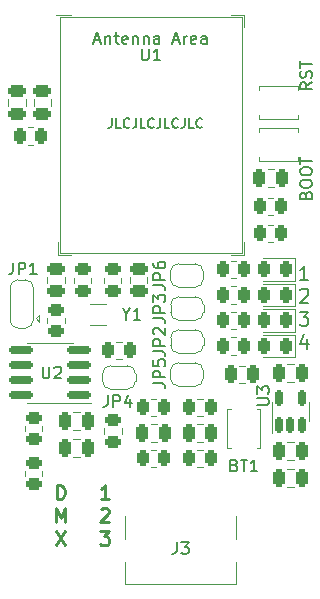
<source format=gto>
%TF.GenerationSoftware,KiCad,Pcbnew,7.0.2-6a45011f42~172~ubuntu23.04.1*%
%TF.CreationDate,2023-05-23T16:12:19+02:00*%
%TF.ProjectId,pcb,7063622e-6b69-4636-9164-5f7063625858,rev?*%
%TF.SameCoordinates,Original*%
%TF.FileFunction,Legend,Top*%
%TF.FilePolarity,Positive*%
%FSLAX46Y46*%
G04 Gerber Fmt 4.6, Leading zero omitted, Abs format (unit mm)*
G04 Created by KiCad (PCBNEW 7.0.2-6a45011f42~172~ubuntu23.04.1) date 2023-05-23 16:12:19*
%MOMM*%
%LPD*%
G01*
G04 APERTURE LIST*
G04 Aperture macros list*
%AMRoundRect*
0 Rectangle with rounded corners*
0 $1 Rounding radius*
0 $2 $3 $4 $5 $6 $7 $8 $9 X,Y pos of 4 corners*
0 Add a 4 corners polygon primitive as box body*
4,1,4,$2,$3,$4,$5,$6,$7,$8,$9,$2,$3,0*
0 Add four circle primitives for the rounded corners*
1,1,$1+$1,$2,$3*
1,1,$1+$1,$4,$5*
1,1,$1+$1,$6,$7*
1,1,$1+$1,$8,$9*
0 Add four rect primitives between the rounded corners*
20,1,$1+$1,$2,$3,$4,$5,0*
20,1,$1+$1,$4,$5,$6,$7,0*
20,1,$1+$1,$6,$7,$8,$9,0*
20,1,$1+$1,$8,$9,$2,$3,0*%
%AMFreePoly0*
4,1,19,0.500000,-0.750000,0.000000,-0.750000,0.000000,-0.744911,-0.071157,-0.744911,-0.207708,-0.704816,-0.327430,-0.627875,-0.420627,-0.520320,-0.479746,-0.390866,-0.500000,-0.250000,-0.500000,0.250000,-0.479746,0.390866,-0.420627,0.520320,-0.327430,0.627875,-0.207708,0.704816,-0.071157,0.744911,0.000000,0.744911,0.000000,0.750000,0.500000,0.750000,0.500000,-0.750000,0.500000,-0.750000,
$1*%
%AMFreePoly1*
4,1,19,0.000000,0.744911,0.071157,0.744911,0.207708,0.704816,0.327430,0.627875,0.420627,0.520320,0.479746,0.390866,0.500000,0.250000,0.500000,-0.250000,0.479746,-0.390866,0.420627,-0.520320,0.327430,-0.627875,0.207708,-0.704816,0.071157,-0.744911,0.000000,-0.744911,0.000000,-0.750000,-0.500000,-0.750000,-0.500000,0.750000,0.000000,0.750000,0.000000,0.744911,0.000000,0.744911,
$1*%
%AMFreePoly2*
4,1,19,0.550000,-0.750000,0.000000,-0.750000,0.000000,-0.744911,-0.071157,-0.744911,-0.207708,-0.704816,-0.327430,-0.627875,-0.420627,-0.520320,-0.479746,-0.390866,-0.500000,-0.250000,-0.500000,0.250000,-0.479746,0.390866,-0.420627,0.520320,-0.327430,0.627875,-0.207708,0.704816,-0.071157,0.744911,0.000000,0.744911,0.000000,0.750000,0.550000,0.750000,0.550000,-0.750000,0.550000,-0.750000,
$1*%
%AMFreePoly3*
4,1,19,0.000000,0.744911,0.071157,0.744911,0.207708,0.704816,0.327430,0.627875,0.420627,0.520320,0.479746,0.390866,0.500000,0.250000,0.500000,-0.250000,0.479746,-0.390866,0.420627,-0.520320,0.327430,-0.627875,0.207708,-0.704816,0.071157,-0.744911,0.000000,-0.744911,0.000000,-0.750000,-0.550000,-0.750000,-0.550000,0.750000,0.000000,0.750000,0.000000,0.744911,0.000000,0.744911,
$1*%
%AMFreePoly4*
4,1,6,0.600000,-0.600000,-0.600000,-0.600000,-0.600000,0.000000,0.000000,0.600000,0.600000,0.600000,0.600000,-0.600000,0.600000,-0.600000,$1*%
G04 Aperture macros list end*
%ADD10C,0.150000*%
%ADD11C,0.220000*%
%ADD12C,0.240000*%
%ADD13C,0.200000*%
%ADD14C,0.120000*%
%ADD15R,1.000000X1.000000*%
%ADD16O,1.000000X1.000000*%
%ADD17RoundRect,0.243750X0.243750X0.456250X-0.243750X0.456250X-0.243750X-0.456250X0.243750X-0.456250X0*%
%ADD18RoundRect,0.250000X0.250000X0.475000X-0.250000X0.475000X-0.250000X-0.475000X0.250000X-0.475000X0*%
%ADD19C,2.600000*%
%ADD20C,3.800000*%
%ADD21R,0.900000X1.700000*%
%ADD22FreePoly0,0.000000*%
%ADD23FreePoly1,0.000000*%
%ADD24R,1.700000X1.700000*%
%ADD25O,1.700000X1.700000*%
%ADD26RoundRect,0.250000X0.475000X-0.250000X0.475000X0.250000X-0.475000X0.250000X-0.475000X-0.250000X0*%
%ADD27RoundRect,0.250000X0.450000X-0.262500X0.450000X0.262500X-0.450000X0.262500X-0.450000X-0.262500X0*%
%ADD28RoundRect,0.250000X-0.262500X-0.450000X0.262500X-0.450000X0.262500X0.450000X-0.262500X0.450000X0*%
%ADD29RoundRect,0.250000X-0.250000X-0.475000X0.250000X-0.475000X0.250000X0.475000X-0.250000X0.475000X0*%
%ADD30R,1.700000X0.900000*%
%ADD31FreePoly0,180.000000*%
%ADD32FreePoly1,180.000000*%
%ADD33RoundRect,0.250000X0.262500X0.450000X-0.262500X0.450000X-0.262500X-0.450000X0.262500X-0.450000X0*%
%ADD34R,1.000000X1.800000*%
%ADD35RoundRect,0.250000X-0.450000X0.262500X-0.450000X-0.262500X0.450000X-0.262500X0.450000X0.262500X0*%
%ADD36C,0.650000*%
%ADD37O,1.000000X1.600000*%
%ADD38O,1.000000X2.100000*%
%ADD39R,0.600000X1.450000*%
%ADD40R,0.300000X1.450000*%
%ADD41RoundRect,0.250000X-0.475000X0.250000X-0.475000X-0.250000X0.475000X-0.250000X0.475000X0.250000X0*%
%ADD42RoundRect,0.150000X0.825000X0.150000X-0.825000X0.150000X-0.825000X-0.150000X0.825000X-0.150000X0*%
%ADD43FreePoly2,90.000000*%
%ADD44R,1.500000X1.000000*%
%ADD45FreePoly3,90.000000*%
%ADD46R,0.800000X0.400000*%
%ADD47R,0.400000X0.800000*%
%ADD48FreePoly4,0.000000*%
%ADD49R,1.200000X1.200000*%
%ADD50R,0.800000X0.800000*%
%ADD51RoundRect,0.150000X0.150000X-0.512500X0.150000X0.512500X-0.150000X0.512500X-0.150000X-0.512500X0*%
G04 APERTURE END LIST*
D10*
X70370647Y-51349895D02*
X70370647Y-51921323D01*
X70370647Y-51921323D02*
X70332552Y-52035609D01*
X70332552Y-52035609D02*
X70256361Y-52111800D01*
X70256361Y-52111800D02*
X70142076Y-52149895D01*
X70142076Y-52149895D02*
X70065885Y-52149895D01*
X71132552Y-52149895D02*
X70751600Y-52149895D01*
X70751600Y-52149895D02*
X70751600Y-51349895D01*
X71856362Y-52073704D02*
X71818266Y-52111800D01*
X71818266Y-52111800D02*
X71703981Y-52149895D01*
X71703981Y-52149895D02*
X71627790Y-52149895D01*
X71627790Y-52149895D02*
X71513504Y-52111800D01*
X71513504Y-52111800D02*
X71437314Y-52035609D01*
X71437314Y-52035609D02*
X71399219Y-51959419D01*
X71399219Y-51959419D02*
X71361123Y-51807038D01*
X71361123Y-51807038D02*
X71361123Y-51692752D01*
X71361123Y-51692752D02*
X71399219Y-51540371D01*
X71399219Y-51540371D02*
X71437314Y-51464180D01*
X71437314Y-51464180D02*
X71513504Y-51387990D01*
X71513504Y-51387990D02*
X71627790Y-51349895D01*
X71627790Y-51349895D02*
X71703981Y-51349895D01*
X71703981Y-51349895D02*
X71818266Y-51387990D01*
X71818266Y-51387990D02*
X71856362Y-51426085D01*
X72427790Y-51349895D02*
X72427790Y-51921323D01*
X72427790Y-51921323D02*
X72389695Y-52035609D01*
X72389695Y-52035609D02*
X72313504Y-52111800D01*
X72313504Y-52111800D02*
X72199219Y-52149895D01*
X72199219Y-52149895D02*
X72123028Y-52149895D01*
X73189695Y-52149895D02*
X72808743Y-52149895D01*
X72808743Y-52149895D02*
X72808743Y-51349895D01*
X73913505Y-52073704D02*
X73875409Y-52111800D01*
X73875409Y-52111800D02*
X73761124Y-52149895D01*
X73761124Y-52149895D02*
X73684933Y-52149895D01*
X73684933Y-52149895D02*
X73570647Y-52111800D01*
X73570647Y-52111800D02*
X73494457Y-52035609D01*
X73494457Y-52035609D02*
X73456362Y-51959419D01*
X73456362Y-51959419D02*
X73418266Y-51807038D01*
X73418266Y-51807038D02*
X73418266Y-51692752D01*
X73418266Y-51692752D02*
X73456362Y-51540371D01*
X73456362Y-51540371D02*
X73494457Y-51464180D01*
X73494457Y-51464180D02*
X73570647Y-51387990D01*
X73570647Y-51387990D02*
X73684933Y-51349895D01*
X73684933Y-51349895D02*
X73761124Y-51349895D01*
X73761124Y-51349895D02*
X73875409Y-51387990D01*
X73875409Y-51387990D02*
X73913505Y-51426085D01*
X74484933Y-51349895D02*
X74484933Y-51921323D01*
X74484933Y-51921323D02*
X74446838Y-52035609D01*
X74446838Y-52035609D02*
X74370647Y-52111800D01*
X74370647Y-52111800D02*
X74256362Y-52149895D01*
X74256362Y-52149895D02*
X74180171Y-52149895D01*
X75246838Y-52149895D02*
X74865886Y-52149895D01*
X74865886Y-52149895D02*
X74865886Y-51349895D01*
X75970648Y-52073704D02*
X75932552Y-52111800D01*
X75932552Y-52111800D02*
X75818267Y-52149895D01*
X75818267Y-52149895D02*
X75742076Y-52149895D01*
X75742076Y-52149895D02*
X75627790Y-52111800D01*
X75627790Y-52111800D02*
X75551600Y-52035609D01*
X75551600Y-52035609D02*
X75513505Y-51959419D01*
X75513505Y-51959419D02*
X75475409Y-51807038D01*
X75475409Y-51807038D02*
X75475409Y-51692752D01*
X75475409Y-51692752D02*
X75513505Y-51540371D01*
X75513505Y-51540371D02*
X75551600Y-51464180D01*
X75551600Y-51464180D02*
X75627790Y-51387990D01*
X75627790Y-51387990D02*
X75742076Y-51349895D01*
X75742076Y-51349895D02*
X75818267Y-51349895D01*
X75818267Y-51349895D02*
X75932552Y-51387990D01*
X75932552Y-51387990D02*
X75970648Y-51426085D01*
X76542076Y-51349895D02*
X76542076Y-51921323D01*
X76542076Y-51921323D02*
X76503981Y-52035609D01*
X76503981Y-52035609D02*
X76427790Y-52111800D01*
X76427790Y-52111800D02*
X76313505Y-52149895D01*
X76313505Y-52149895D02*
X76237314Y-52149895D01*
X77303981Y-52149895D02*
X76923029Y-52149895D01*
X76923029Y-52149895D02*
X76923029Y-51349895D01*
X78027791Y-52073704D02*
X77989695Y-52111800D01*
X77989695Y-52111800D02*
X77875410Y-52149895D01*
X77875410Y-52149895D02*
X77799219Y-52149895D01*
X77799219Y-52149895D02*
X77684933Y-52111800D01*
X77684933Y-52111800D02*
X77608743Y-52035609D01*
X77608743Y-52035609D02*
X77570648Y-51959419D01*
X77570648Y-51959419D02*
X77532552Y-51807038D01*
X77532552Y-51807038D02*
X77532552Y-51692752D01*
X77532552Y-51692752D02*
X77570648Y-51540371D01*
X77570648Y-51540371D02*
X77608743Y-51464180D01*
X77608743Y-51464180D02*
X77684933Y-51387990D01*
X77684933Y-51387990D02*
X77799219Y-51349895D01*
X77799219Y-51349895D02*
X77875410Y-51349895D01*
X77875410Y-51349895D02*
X77989695Y-51387990D01*
X77989695Y-51387990D02*
X78027791Y-51426085D01*
D11*
X65751904Y-83595142D02*
X65751904Y-82395142D01*
X65751904Y-82395142D02*
X66013809Y-82395142D01*
X66013809Y-82395142D02*
X66170952Y-82452285D01*
X66170952Y-82452285D02*
X66275714Y-82566571D01*
X66275714Y-82566571D02*
X66328095Y-82680857D01*
X66328095Y-82680857D02*
X66380476Y-82909428D01*
X66380476Y-82909428D02*
X66380476Y-83080857D01*
X66380476Y-83080857D02*
X66328095Y-83309428D01*
X66328095Y-83309428D02*
X66275714Y-83423714D01*
X66275714Y-83423714D02*
X66170952Y-83538000D01*
X66170952Y-83538000D02*
X66013809Y-83595142D01*
X66013809Y-83595142D02*
X65751904Y-83595142D01*
X65673333Y-85539142D02*
X65673333Y-84339142D01*
X65673333Y-84339142D02*
X66040000Y-85196285D01*
X66040000Y-85196285D02*
X66406667Y-84339142D01*
X66406667Y-84339142D02*
X66406667Y-85539142D01*
X65673333Y-86283142D02*
X66406667Y-87483142D01*
X66406667Y-86283142D02*
X65673333Y-87483142D01*
D12*
X70129285Y-83595142D02*
X69443571Y-83595142D01*
X69786428Y-83595142D02*
X69786428Y-82395142D01*
X69786428Y-82395142D02*
X69672142Y-82566571D01*
X69672142Y-82566571D02*
X69557857Y-82680857D01*
X69557857Y-82680857D02*
X69443571Y-82738000D01*
X69443571Y-84453428D02*
X69500714Y-84396285D01*
X69500714Y-84396285D02*
X69615000Y-84339142D01*
X69615000Y-84339142D02*
X69900714Y-84339142D01*
X69900714Y-84339142D02*
X70015000Y-84396285D01*
X70015000Y-84396285D02*
X70072142Y-84453428D01*
X70072142Y-84453428D02*
X70129285Y-84567714D01*
X70129285Y-84567714D02*
X70129285Y-84682000D01*
X70129285Y-84682000D02*
X70072142Y-84853428D01*
X70072142Y-84853428D02*
X69386428Y-85539142D01*
X69386428Y-85539142D02*
X70129285Y-85539142D01*
X69386428Y-86283142D02*
X70129285Y-86283142D01*
X70129285Y-86283142D02*
X69729285Y-86740285D01*
X69729285Y-86740285D02*
X69900714Y-86740285D01*
X69900714Y-86740285D02*
X70015000Y-86797428D01*
X70015000Y-86797428D02*
X70072142Y-86854571D01*
X70072142Y-86854571D02*
X70129285Y-86968857D01*
X70129285Y-86968857D02*
X70129285Y-87254571D01*
X70129285Y-87254571D02*
X70072142Y-87368857D01*
X70072142Y-87368857D02*
X70015000Y-87426000D01*
X70015000Y-87426000D02*
X69900714Y-87483142D01*
X69900714Y-87483142D02*
X69557857Y-87483142D01*
X69557857Y-87483142D02*
X69443571Y-87426000D01*
X69443571Y-87426000D02*
X69386428Y-87368857D01*
D13*
X87020285Y-65014142D02*
X86334571Y-65014142D01*
X86677428Y-65014142D02*
X86677428Y-63814142D01*
X86677428Y-63814142D02*
X86563142Y-63985571D01*
X86563142Y-63985571D02*
X86448857Y-64099857D01*
X86448857Y-64099857D02*
X86334571Y-64157000D01*
X86334571Y-65872428D02*
X86391714Y-65815285D01*
X86391714Y-65815285D02*
X86506000Y-65758142D01*
X86506000Y-65758142D02*
X86791714Y-65758142D01*
X86791714Y-65758142D02*
X86906000Y-65815285D01*
X86906000Y-65815285D02*
X86963142Y-65872428D01*
X86963142Y-65872428D02*
X87020285Y-65986714D01*
X87020285Y-65986714D02*
X87020285Y-66101000D01*
X87020285Y-66101000D02*
X86963142Y-66272428D01*
X86963142Y-66272428D02*
X86277428Y-66958142D01*
X86277428Y-66958142D02*
X87020285Y-66958142D01*
X86277428Y-67702142D02*
X87020285Y-67702142D01*
X87020285Y-67702142D02*
X86620285Y-68159285D01*
X86620285Y-68159285D02*
X86791714Y-68159285D01*
X86791714Y-68159285D02*
X86906000Y-68216428D01*
X86906000Y-68216428D02*
X86963142Y-68273571D01*
X86963142Y-68273571D02*
X87020285Y-68387857D01*
X87020285Y-68387857D02*
X87020285Y-68673571D01*
X87020285Y-68673571D02*
X86963142Y-68787857D01*
X86963142Y-68787857D02*
X86906000Y-68845000D01*
X86906000Y-68845000D02*
X86791714Y-68902142D01*
X86791714Y-68902142D02*
X86448857Y-68902142D01*
X86448857Y-68902142D02*
X86334571Y-68845000D01*
X86334571Y-68845000D02*
X86277428Y-68787857D01*
X86906000Y-70046142D02*
X86906000Y-70846142D01*
X86620285Y-69589000D02*
X86334571Y-70446142D01*
X86334571Y-70446142D02*
X87077428Y-70446142D01*
D10*
%TO.C,BOOT*%
X86781409Y-57821342D02*
X86829028Y-57678485D01*
X86829028Y-57678485D02*
X86876647Y-57630866D01*
X86876647Y-57630866D02*
X86971885Y-57583247D01*
X86971885Y-57583247D02*
X87114742Y-57583247D01*
X87114742Y-57583247D02*
X87209980Y-57630866D01*
X87209980Y-57630866D02*
X87257600Y-57678485D01*
X87257600Y-57678485D02*
X87305219Y-57773723D01*
X87305219Y-57773723D02*
X87305219Y-58154675D01*
X87305219Y-58154675D02*
X86305219Y-58154675D01*
X86305219Y-58154675D02*
X86305219Y-57821342D01*
X86305219Y-57821342D02*
X86352838Y-57726104D01*
X86352838Y-57726104D02*
X86400457Y-57678485D01*
X86400457Y-57678485D02*
X86495695Y-57630866D01*
X86495695Y-57630866D02*
X86590933Y-57630866D01*
X86590933Y-57630866D02*
X86686171Y-57678485D01*
X86686171Y-57678485D02*
X86733790Y-57726104D01*
X86733790Y-57726104D02*
X86781409Y-57821342D01*
X86781409Y-57821342D02*
X86781409Y-58154675D01*
X86305219Y-56964199D02*
X86305219Y-56773723D01*
X86305219Y-56773723D02*
X86352838Y-56678485D01*
X86352838Y-56678485D02*
X86448076Y-56583247D01*
X86448076Y-56583247D02*
X86638552Y-56535628D01*
X86638552Y-56535628D02*
X86971885Y-56535628D01*
X86971885Y-56535628D02*
X87162361Y-56583247D01*
X87162361Y-56583247D02*
X87257600Y-56678485D01*
X87257600Y-56678485D02*
X87305219Y-56773723D01*
X87305219Y-56773723D02*
X87305219Y-56964199D01*
X87305219Y-56964199D02*
X87257600Y-57059437D01*
X87257600Y-57059437D02*
X87162361Y-57154675D01*
X87162361Y-57154675D02*
X86971885Y-57202294D01*
X86971885Y-57202294D02*
X86638552Y-57202294D01*
X86638552Y-57202294D02*
X86448076Y-57154675D01*
X86448076Y-57154675D02*
X86352838Y-57059437D01*
X86352838Y-57059437D02*
X86305219Y-56964199D01*
X86305219Y-55916580D02*
X86305219Y-55726104D01*
X86305219Y-55726104D02*
X86352838Y-55630866D01*
X86352838Y-55630866D02*
X86448076Y-55535628D01*
X86448076Y-55535628D02*
X86638552Y-55488009D01*
X86638552Y-55488009D02*
X86971885Y-55488009D01*
X86971885Y-55488009D02*
X87162361Y-55535628D01*
X87162361Y-55535628D02*
X87257600Y-55630866D01*
X87257600Y-55630866D02*
X87305219Y-55726104D01*
X87305219Y-55726104D02*
X87305219Y-55916580D01*
X87305219Y-55916580D02*
X87257600Y-56011818D01*
X87257600Y-56011818D02*
X87162361Y-56107056D01*
X87162361Y-56107056D02*
X86971885Y-56154675D01*
X86971885Y-56154675D02*
X86638552Y-56154675D01*
X86638552Y-56154675D02*
X86448076Y-56107056D01*
X86448076Y-56107056D02*
X86352838Y-56011818D01*
X86352838Y-56011818D02*
X86305219Y-55916580D01*
X86305219Y-55202294D02*
X86305219Y-54630866D01*
X87305219Y-54916580D02*
X86305219Y-54916580D01*
%TO.C,JP3*%
X73888619Y-68270333D02*
X74602904Y-68270333D01*
X74602904Y-68270333D02*
X74745761Y-68317952D01*
X74745761Y-68317952D02*
X74841000Y-68413190D01*
X74841000Y-68413190D02*
X74888619Y-68556047D01*
X74888619Y-68556047D02*
X74888619Y-68651285D01*
X74888619Y-67794142D02*
X73888619Y-67794142D01*
X73888619Y-67794142D02*
X73888619Y-67413190D01*
X73888619Y-67413190D02*
X73936238Y-67317952D01*
X73936238Y-67317952D02*
X73983857Y-67270333D01*
X73983857Y-67270333D02*
X74079095Y-67222714D01*
X74079095Y-67222714D02*
X74221952Y-67222714D01*
X74221952Y-67222714D02*
X74317190Y-67270333D01*
X74317190Y-67270333D02*
X74364809Y-67317952D01*
X74364809Y-67317952D02*
X74412428Y-67413190D01*
X74412428Y-67413190D02*
X74412428Y-67794142D01*
X73888619Y-66889380D02*
X73888619Y-66270333D01*
X73888619Y-66270333D02*
X74269571Y-66603666D01*
X74269571Y-66603666D02*
X74269571Y-66460809D01*
X74269571Y-66460809D02*
X74317190Y-66365571D01*
X74317190Y-66365571D02*
X74364809Y-66317952D01*
X74364809Y-66317952D02*
X74460047Y-66270333D01*
X74460047Y-66270333D02*
X74698142Y-66270333D01*
X74698142Y-66270333D02*
X74793380Y-66317952D01*
X74793380Y-66317952D02*
X74841000Y-66365571D01*
X74841000Y-66365571D02*
X74888619Y-66460809D01*
X74888619Y-66460809D02*
X74888619Y-66746523D01*
X74888619Y-66746523D02*
X74841000Y-66841761D01*
X74841000Y-66841761D02*
X74793380Y-66889380D01*
%TO.C,JP4*%
X70032666Y-74773619D02*
X70032666Y-75487904D01*
X70032666Y-75487904D02*
X69985047Y-75630761D01*
X69985047Y-75630761D02*
X69889809Y-75726000D01*
X69889809Y-75726000D02*
X69746952Y-75773619D01*
X69746952Y-75773619D02*
X69651714Y-75773619D01*
X70508857Y-75773619D02*
X70508857Y-74773619D01*
X70508857Y-74773619D02*
X70889809Y-74773619D01*
X70889809Y-74773619D02*
X70985047Y-74821238D01*
X70985047Y-74821238D02*
X71032666Y-74868857D01*
X71032666Y-74868857D02*
X71080285Y-74964095D01*
X71080285Y-74964095D02*
X71080285Y-75106952D01*
X71080285Y-75106952D02*
X71032666Y-75202190D01*
X71032666Y-75202190D02*
X70985047Y-75249809D01*
X70985047Y-75249809D02*
X70889809Y-75297428D01*
X70889809Y-75297428D02*
X70508857Y-75297428D01*
X71937428Y-75106952D02*
X71937428Y-75773619D01*
X71699333Y-74726000D02*
X71461238Y-75440285D01*
X71461238Y-75440285D02*
X72080285Y-75440285D01*
%TO.C,RST*%
X87305219Y-48299619D02*
X86829028Y-48632952D01*
X87305219Y-48871047D02*
X86305219Y-48871047D01*
X86305219Y-48871047D02*
X86305219Y-48490095D01*
X86305219Y-48490095D02*
X86352838Y-48394857D01*
X86352838Y-48394857D02*
X86400457Y-48347238D01*
X86400457Y-48347238D02*
X86495695Y-48299619D01*
X86495695Y-48299619D02*
X86638552Y-48299619D01*
X86638552Y-48299619D02*
X86733790Y-48347238D01*
X86733790Y-48347238D02*
X86781409Y-48394857D01*
X86781409Y-48394857D02*
X86829028Y-48490095D01*
X86829028Y-48490095D02*
X86829028Y-48871047D01*
X87257600Y-47918666D02*
X87305219Y-47775809D01*
X87305219Y-47775809D02*
X87305219Y-47537714D01*
X87305219Y-47537714D02*
X87257600Y-47442476D01*
X87257600Y-47442476D02*
X87209980Y-47394857D01*
X87209980Y-47394857D02*
X87114742Y-47347238D01*
X87114742Y-47347238D02*
X87019504Y-47347238D01*
X87019504Y-47347238D02*
X86924266Y-47394857D01*
X86924266Y-47394857D02*
X86876647Y-47442476D01*
X86876647Y-47442476D02*
X86829028Y-47537714D01*
X86829028Y-47537714D02*
X86781409Y-47728190D01*
X86781409Y-47728190D02*
X86733790Y-47823428D01*
X86733790Y-47823428D02*
X86686171Y-47871047D01*
X86686171Y-47871047D02*
X86590933Y-47918666D01*
X86590933Y-47918666D02*
X86495695Y-47918666D01*
X86495695Y-47918666D02*
X86400457Y-47871047D01*
X86400457Y-47871047D02*
X86352838Y-47823428D01*
X86352838Y-47823428D02*
X86305219Y-47728190D01*
X86305219Y-47728190D02*
X86305219Y-47490095D01*
X86305219Y-47490095D02*
X86352838Y-47347238D01*
X86305219Y-47061523D02*
X86305219Y-46490095D01*
X87305219Y-46775809D02*
X86305219Y-46775809D01*
%TO.C,JP5*%
X73888619Y-73752333D02*
X74602904Y-73752333D01*
X74602904Y-73752333D02*
X74745761Y-73799952D01*
X74745761Y-73799952D02*
X74841000Y-73895190D01*
X74841000Y-73895190D02*
X74888619Y-74038047D01*
X74888619Y-74038047D02*
X74888619Y-74133285D01*
X74888619Y-73276142D02*
X73888619Y-73276142D01*
X73888619Y-73276142D02*
X73888619Y-72895190D01*
X73888619Y-72895190D02*
X73936238Y-72799952D01*
X73936238Y-72799952D02*
X73983857Y-72752333D01*
X73983857Y-72752333D02*
X74079095Y-72704714D01*
X74079095Y-72704714D02*
X74221952Y-72704714D01*
X74221952Y-72704714D02*
X74317190Y-72752333D01*
X74317190Y-72752333D02*
X74364809Y-72799952D01*
X74364809Y-72799952D02*
X74412428Y-72895190D01*
X74412428Y-72895190D02*
X74412428Y-73276142D01*
X73888619Y-71799952D02*
X73888619Y-72276142D01*
X73888619Y-72276142D02*
X74364809Y-72323761D01*
X74364809Y-72323761D02*
X74317190Y-72276142D01*
X74317190Y-72276142D02*
X74269571Y-72180904D01*
X74269571Y-72180904D02*
X74269571Y-71942809D01*
X74269571Y-71942809D02*
X74317190Y-71847571D01*
X74317190Y-71847571D02*
X74364809Y-71799952D01*
X74364809Y-71799952D02*
X74460047Y-71752333D01*
X74460047Y-71752333D02*
X74698142Y-71752333D01*
X74698142Y-71752333D02*
X74793380Y-71799952D01*
X74793380Y-71799952D02*
X74841000Y-71847571D01*
X74841000Y-71847571D02*
X74888619Y-71942809D01*
X74888619Y-71942809D02*
X74888619Y-72180904D01*
X74888619Y-72180904D02*
X74841000Y-72276142D01*
X74841000Y-72276142D02*
X74793380Y-72323761D01*
D13*
%TO.C,BT1*%
X80748285Y-80710809D02*
X80891142Y-80758428D01*
X80891142Y-80758428D02*
X80938761Y-80806047D01*
X80938761Y-80806047D02*
X80986380Y-80901285D01*
X80986380Y-80901285D02*
X80986380Y-81044142D01*
X80986380Y-81044142D02*
X80938761Y-81139380D01*
X80938761Y-81139380D02*
X80891142Y-81187000D01*
X80891142Y-81187000D02*
X80795904Y-81234619D01*
X80795904Y-81234619D02*
X80414952Y-81234619D01*
X80414952Y-81234619D02*
X80414952Y-80234619D01*
X80414952Y-80234619D02*
X80748285Y-80234619D01*
X80748285Y-80234619D02*
X80843523Y-80282238D01*
X80843523Y-80282238D02*
X80891142Y-80329857D01*
X80891142Y-80329857D02*
X80938761Y-80425095D01*
X80938761Y-80425095D02*
X80938761Y-80520333D01*
X80938761Y-80520333D02*
X80891142Y-80615571D01*
X80891142Y-80615571D02*
X80843523Y-80663190D01*
X80843523Y-80663190D02*
X80748285Y-80710809D01*
X80748285Y-80710809D02*
X80414952Y-80710809D01*
X81272095Y-80234619D02*
X81843523Y-80234619D01*
X81557809Y-81234619D02*
X81557809Y-80234619D01*
X82700666Y-81234619D02*
X82129238Y-81234619D01*
X82414952Y-81234619D02*
X82414952Y-80234619D01*
X82414952Y-80234619D02*
X82319714Y-80377476D01*
X82319714Y-80377476D02*
X82224476Y-80472714D01*
X82224476Y-80472714D02*
X82129238Y-80520333D01*
D10*
%TO.C,JP6*%
X73888619Y-65476333D02*
X74602904Y-65476333D01*
X74602904Y-65476333D02*
X74745761Y-65523952D01*
X74745761Y-65523952D02*
X74841000Y-65619190D01*
X74841000Y-65619190D02*
X74888619Y-65762047D01*
X74888619Y-65762047D02*
X74888619Y-65857285D01*
X74888619Y-65000142D02*
X73888619Y-65000142D01*
X73888619Y-65000142D02*
X73888619Y-64619190D01*
X73888619Y-64619190D02*
X73936238Y-64523952D01*
X73936238Y-64523952D02*
X73983857Y-64476333D01*
X73983857Y-64476333D02*
X74079095Y-64428714D01*
X74079095Y-64428714D02*
X74221952Y-64428714D01*
X74221952Y-64428714D02*
X74317190Y-64476333D01*
X74317190Y-64476333D02*
X74364809Y-64523952D01*
X74364809Y-64523952D02*
X74412428Y-64619190D01*
X74412428Y-64619190D02*
X74412428Y-65000142D01*
X73888619Y-63571571D02*
X73888619Y-63762047D01*
X73888619Y-63762047D02*
X73936238Y-63857285D01*
X73936238Y-63857285D02*
X73983857Y-63904904D01*
X73983857Y-63904904D02*
X74126714Y-64000142D01*
X74126714Y-64000142D02*
X74317190Y-64047761D01*
X74317190Y-64047761D02*
X74698142Y-64047761D01*
X74698142Y-64047761D02*
X74793380Y-64000142D01*
X74793380Y-64000142D02*
X74841000Y-63952523D01*
X74841000Y-63952523D02*
X74888619Y-63857285D01*
X74888619Y-63857285D02*
X74888619Y-63666809D01*
X74888619Y-63666809D02*
X74841000Y-63571571D01*
X74841000Y-63571571D02*
X74793380Y-63523952D01*
X74793380Y-63523952D02*
X74698142Y-63476333D01*
X74698142Y-63476333D02*
X74460047Y-63476333D01*
X74460047Y-63476333D02*
X74364809Y-63523952D01*
X74364809Y-63523952D02*
X74317190Y-63571571D01*
X74317190Y-63571571D02*
X74269571Y-63666809D01*
X74269571Y-63666809D02*
X74269571Y-63857285D01*
X74269571Y-63857285D02*
X74317190Y-63952523D01*
X74317190Y-63952523D02*
X74364809Y-64000142D01*
X74364809Y-64000142D02*
X74460047Y-64047761D01*
%TO.C,Y1*%
X71609009Y-67931428D02*
X71609009Y-68407619D01*
X71275676Y-67407619D02*
X71609009Y-67931428D01*
X71609009Y-67931428D02*
X71942342Y-67407619D01*
X72799485Y-68407619D02*
X72228057Y-68407619D01*
X72513771Y-68407619D02*
X72513771Y-67407619D01*
X72513771Y-67407619D02*
X72418533Y-67550476D01*
X72418533Y-67550476D02*
X72323295Y-67645714D01*
X72323295Y-67645714D02*
X72228057Y-67693333D01*
%TO.C,J3*%
X75866666Y-87219619D02*
X75866666Y-87933904D01*
X75866666Y-87933904D02*
X75819047Y-88076761D01*
X75819047Y-88076761D02*
X75723809Y-88172000D01*
X75723809Y-88172000D02*
X75580952Y-88219619D01*
X75580952Y-88219619D02*
X75485714Y-88219619D01*
X76247619Y-87219619D02*
X76866666Y-87219619D01*
X76866666Y-87219619D02*
X76533333Y-87600571D01*
X76533333Y-87600571D02*
X76676190Y-87600571D01*
X76676190Y-87600571D02*
X76771428Y-87648190D01*
X76771428Y-87648190D02*
X76819047Y-87695809D01*
X76819047Y-87695809D02*
X76866666Y-87791047D01*
X76866666Y-87791047D02*
X76866666Y-88029142D01*
X76866666Y-88029142D02*
X76819047Y-88124380D01*
X76819047Y-88124380D02*
X76771428Y-88172000D01*
X76771428Y-88172000D02*
X76676190Y-88219619D01*
X76676190Y-88219619D02*
X76390476Y-88219619D01*
X76390476Y-88219619D02*
X76295238Y-88172000D01*
X76295238Y-88172000D02*
X76247619Y-88124380D01*
%TO.C,U2*%
X64516095Y-72360619D02*
X64516095Y-73170142D01*
X64516095Y-73170142D02*
X64563714Y-73265380D01*
X64563714Y-73265380D02*
X64611333Y-73313000D01*
X64611333Y-73313000D02*
X64706571Y-73360619D01*
X64706571Y-73360619D02*
X64897047Y-73360619D01*
X64897047Y-73360619D02*
X64992285Y-73313000D01*
X64992285Y-73313000D02*
X65039904Y-73265380D01*
X65039904Y-73265380D02*
X65087523Y-73170142D01*
X65087523Y-73170142D02*
X65087523Y-72360619D01*
X65516095Y-72455857D02*
X65563714Y-72408238D01*
X65563714Y-72408238D02*
X65658952Y-72360619D01*
X65658952Y-72360619D02*
X65897047Y-72360619D01*
X65897047Y-72360619D02*
X65992285Y-72408238D01*
X65992285Y-72408238D02*
X66039904Y-72455857D01*
X66039904Y-72455857D02*
X66087523Y-72551095D01*
X66087523Y-72551095D02*
X66087523Y-72646333D01*
X66087523Y-72646333D02*
X66039904Y-72789190D01*
X66039904Y-72789190D02*
X65468476Y-73360619D01*
X65468476Y-73360619D02*
X66087523Y-73360619D01*
%TO.C,JP1*%
X62006266Y-63546819D02*
X62006266Y-64261104D01*
X62006266Y-64261104D02*
X61958647Y-64403961D01*
X61958647Y-64403961D02*
X61863409Y-64499200D01*
X61863409Y-64499200D02*
X61720552Y-64546819D01*
X61720552Y-64546819D02*
X61625314Y-64546819D01*
X62482457Y-64546819D02*
X62482457Y-63546819D01*
X62482457Y-63546819D02*
X62863409Y-63546819D01*
X62863409Y-63546819D02*
X62958647Y-63594438D01*
X62958647Y-63594438D02*
X63006266Y-63642057D01*
X63006266Y-63642057D02*
X63053885Y-63737295D01*
X63053885Y-63737295D02*
X63053885Y-63880152D01*
X63053885Y-63880152D02*
X63006266Y-63975390D01*
X63006266Y-63975390D02*
X62958647Y-64023009D01*
X62958647Y-64023009D02*
X62863409Y-64070628D01*
X62863409Y-64070628D02*
X62482457Y-64070628D01*
X64006266Y-64546819D02*
X63434838Y-64546819D01*
X63720552Y-64546819D02*
X63720552Y-63546819D01*
X63720552Y-63546819D02*
X63625314Y-63689676D01*
X63625314Y-63689676D02*
X63530076Y-63784914D01*
X63530076Y-63784914D02*
X63434838Y-63832533D01*
%TO.C,JP2*%
X73888619Y-71064333D02*
X74602904Y-71064333D01*
X74602904Y-71064333D02*
X74745761Y-71111952D01*
X74745761Y-71111952D02*
X74841000Y-71207190D01*
X74841000Y-71207190D02*
X74888619Y-71350047D01*
X74888619Y-71350047D02*
X74888619Y-71445285D01*
X74888619Y-70588142D02*
X73888619Y-70588142D01*
X73888619Y-70588142D02*
X73888619Y-70207190D01*
X73888619Y-70207190D02*
X73936238Y-70111952D01*
X73936238Y-70111952D02*
X73983857Y-70064333D01*
X73983857Y-70064333D02*
X74079095Y-70016714D01*
X74079095Y-70016714D02*
X74221952Y-70016714D01*
X74221952Y-70016714D02*
X74317190Y-70064333D01*
X74317190Y-70064333D02*
X74364809Y-70111952D01*
X74364809Y-70111952D02*
X74412428Y-70207190D01*
X74412428Y-70207190D02*
X74412428Y-70588142D01*
X73983857Y-69635761D02*
X73936238Y-69588142D01*
X73936238Y-69588142D02*
X73888619Y-69492904D01*
X73888619Y-69492904D02*
X73888619Y-69254809D01*
X73888619Y-69254809D02*
X73936238Y-69159571D01*
X73936238Y-69159571D02*
X73983857Y-69111952D01*
X73983857Y-69111952D02*
X74079095Y-69064333D01*
X74079095Y-69064333D02*
X74174333Y-69064333D01*
X74174333Y-69064333D02*
X74317190Y-69111952D01*
X74317190Y-69111952D02*
X74888619Y-69683380D01*
X74888619Y-69683380D02*
X74888619Y-69064333D01*
%TO.C,U1*%
X72913095Y-45436619D02*
X72913095Y-46246142D01*
X72913095Y-46246142D02*
X72960714Y-46341380D01*
X72960714Y-46341380D02*
X73008333Y-46389000D01*
X73008333Y-46389000D02*
X73103571Y-46436619D01*
X73103571Y-46436619D02*
X73294047Y-46436619D01*
X73294047Y-46436619D02*
X73389285Y-46389000D01*
X73389285Y-46389000D02*
X73436904Y-46341380D01*
X73436904Y-46341380D02*
X73484523Y-46246142D01*
X73484523Y-46246142D02*
X73484523Y-45436619D01*
X74484523Y-46436619D02*
X73913095Y-46436619D01*
X74198809Y-46436619D02*
X74198809Y-45436619D01*
X74198809Y-45436619D02*
X74103571Y-45579476D01*
X74103571Y-45579476D02*
X74008333Y-45674714D01*
X74008333Y-45674714D02*
X73913095Y-45722333D01*
X68913094Y-44746904D02*
X69389284Y-44746904D01*
X68817856Y-45032619D02*
X69151189Y-44032619D01*
X69151189Y-44032619D02*
X69484522Y-45032619D01*
X69817856Y-44365952D02*
X69817856Y-45032619D01*
X69817856Y-44461190D02*
X69865475Y-44413571D01*
X69865475Y-44413571D02*
X69960713Y-44365952D01*
X69960713Y-44365952D02*
X70103570Y-44365952D01*
X70103570Y-44365952D02*
X70198808Y-44413571D01*
X70198808Y-44413571D02*
X70246427Y-44508809D01*
X70246427Y-44508809D02*
X70246427Y-45032619D01*
X70579761Y-44365952D02*
X70960713Y-44365952D01*
X70722618Y-44032619D02*
X70722618Y-44889761D01*
X70722618Y-44889761D02*
X70770237Y-44985000D01*
X70770237Y-44985000D02*
X70865475Y-45032619D01*
X70865475Y-45032619D02*
X70960713Y-45032619D01*
X71674999Y-44985000D02*
X71579761Y-45032619D01*
X71579761Y-45032619D02*
X71389285Y-45032619D01*
X71389285Y-45032619D02*
X71294047Y-44985000D01*
X71294047Y-44985000D02*
X71246428Y-44889761D01*
X71246428Y-44889761D02*
X71246428Y-44508809D01*
X71246428Y-44508809D02*
X71294047Y-44413571D01*
X71294047Y-44413571D02*
X71389285Y-44365952D01*
X71389285Y-44365952D02*
X71579761Y-44365952D01*
X71579761Y-44365952D02*
X71674999Y-44413571D01*
X71674999Y-44413571D02*
X71722618Y-44508809D01*
X71722618Y-44508809D02*
X71722618Y-44604047D01*
X71722618Y-44604047D02*
X71246428Y-44699285D01*
X72151190Y-44365952D02*
X72151190Y-45032619D01*
X72151190Y-44461190D02*
X72198809Y-44413571D01*
X72198809Y-44413571D02*
X72294047Y-44365952D01*
X72294047Y-44365952D02*
X72436904Y-44365952D01*
X72436904Y-44365952D02*
X72532142Y-44413571D01*
X72532142Y-44413571D02*
X72579761Y-44508809D01*
X72579761Y-44508809D02*
X72579761Y-45032619D01*
X73055952Y-44365952D02*
X73055952Y-45032619D01*
X73055952Y-44461190D02*
X73103571Y-44413571D01*
X73103571Y-44413571D02*
X73198809Y-44365952D01*
X73198809Y-44365952D02*
X73341666Y-44365952D01*
X73341666Y-44365952D02*
X73436904Y-44413571D01*
X73436904Y-44413571D02*
X73484523Y-44508809D01*
X73484523Y-44508809D02*
X73484523Y-45032619D01*
X74389285Y-45032619D02*
X74389285Y-44508809D01*
X74389285Y-44508809D02*
X74341666Y-44413571D01*
X74341666Y-44413571D02*
X74246428Y-44365952D01*
X74246428Y-44365952D02*
X74055952Y-44365952D01*
X74055952Y-44365952D02*
X73960714Y-44413571D01*
X74389285Y-44985000D02*
X74294047Y-45032619D01*
X74294047Y-45032619D02*
X74055952Y-45032619D01*
X74055952Y-45032619D02*
X73960714Y-44985000D01*
X73960714Y-44985000D02*
X73913095Y-44889761D01*
X73913095Y-44889761D02*
X73913095Y-44794523D01*
X73913095Y-44794523D02*
X73960714Y-44699285D01*
X73960714Y-44699285D02*
X74055952Y-44651666D01*
X74055952Y-44651666D02*
X74294047Y-44651666D01*
X74294047Y-44651666D02*
X74389285Y-44604047D01*
X75579762Y-44746904D02*
X76055952Y-44746904D01*
X75484524Y-45032619D02*
X75817857Y-44032619D01*
X75817857Y-44032619D02*
X76151190Y-45032619D01*
X76484524Y-45032619D02*
X76484524Y-44365952D01*
X76484524Y-44556428D02*
X76532143Y-44461190D01*
X76532143Y-44461190D02*
X76579762Y-44413571D01*
X76579762Y-44413571D02*
X76675000Y-44365952D01*
X76675000Y-44365952D02*
X76770238Y-44365952D01*
X77484524Y-44985000D02*
X77389286Y-45032619D01*
X77389286Y-45032619D02*
X77198810Y-45032619D01*
X77198810Y-45032619D02*
X77103572Y-44985000D01*
X77103572Y-44985000D02*
X77055953Y-44889761D01*
X77055953Y-44889761D02*
X77055953Y-44508809D01*
X77055953Y-44508809D02*
X77103572Y-44413571D01*
X77103572Y-44413571D02*
X77198810Y-44365952D01*
X77198810Y-44365952D02*
X77389286Y-44365952D01*
X77389286Y-44365952D02*
X77484524Y-44413571D01*
X77484524Y-44413571D02*
X77532143Y-44508809D01*
X77532143Y-44508809D02*
X77532143Y-44604047D01*
X77532143Y-44604047D02*
X77055953Y-44699285D01*
X78389286Y-45032619D02*
X78389286Y-44508809D01*
X78389286Y-44508809D02*
X78341667Y-44413571D01*
X78341667Y-44413571D02*
X78246429Y-44365952D01*
X78246429Y-44365952D02*
X78055953Y-44365952D01*
X78055953Y-44365952D02*
X77960715Y-44413571D01*
X78389286Y-44985000D02*
X78294048Y-45032619D01*
X78294048Y-45032619D02*
X78055953Y-45032619D01*
X78055953Y-45032619D02*
X77960715Y-44985000D01*
X77960715Y-44985000D02*
X77913096Y-44889761D01*
X77913096Y-44889761D02*
X77913096Y-44794523D01*
X77913096Y-44794523D02*
X77960715Y-44699285D01*
X77960715Y-44699285D02*
X78055953Y-44651666D01*
X78055953Y-44651666D02*
X78294048Y-44651666D01*
X78294048Y-44651666D02*
X78389286Y-44604047D01*
%TO.C,U3*%
X82673019Y-75615704D02*
X83482542Y-75615704D01*
X83482542Y-75615704D02*
X83577780Y-75568085D01*
X83577780Y-75568085D02*
X83625400Y-75520466D01*
X83625400Y-75520466D02*
X83673019Y-75425228D01*
X83673019Y-75425228D02*
X83673019Y-75234752D01*
X83673019Y-75234752D02*
X83625400Y-75139514D01*
X83625400Y-75139514D02*
X83577780Y-75091895D01*
X83577780Y-75091895D02*
X83482542Y-75044276D01*
X83482542Y-75044276D02*
X82673019Y-75044276D01*
X82673019Y-74663323D02*
X82673019Y-74044276D01*
X82673019Y-74044276D02*
X83053971Y-74377609D01*
X83053971Y-74377609D02*
X83053971Y-74234752D01*
X83053971Y-74234752D02*
X83101590Y-74139514D01*
X83101590Y-74139514D02*
X83149209Y-74091895D01*
X83149209Y-74091895D02*
X83244447Y-74044276D01*
X83244447Y-74044276D02*
X83482542Y-74044276D01*
X83482542Y-74044276D02*
X83577780Y-74091895D01*
X83577780Y-74091895D02*
X83625400Y-74139514D01*
X83625400Y-74139514D02*
X83673019Y-74234752D01*
X83673019Y-74234752D02*
X83673019Y-74520466D01*
X83673019Y-74520466D02*
X83625400Y-74615704D01*
X83625400Y-74615704D02*
X83577780Y-74663323D01*
D14*
%TO.C,D2*%
X85861000Y-65095000D02*
X85861000Y-63175000D01*
X85861000Y-63175000D02*
X83176000Y-63175000D01*
X83176000Y-65095000D02*
X85861000Y-65095000D01*
%TO.C,C8*%
X85757252Y-82523000D02*
X85234748Y-82523000D01*
X85757252Y-81053000D02*
X85234748Y-81053000D01*
%TO.C,BOOT*%
X86105000Y-54956000D02*
X82805000Y-54956000D01*
X86105000Y-54656000D02*
X86105000Y-54956000D01*
X86105000Y-52456000D02*
X86105000Y-52156000D01*
X86105000Y-52156000D02*
X82805000Y-52156000D01*
X82805000Y-54956000D02*
X82805000Y-54656000D01*
X82805000Y-52156000D02*
X82805000Y-52456000D01*
%TO.C,JP3*%
X75340000Y-67737000D02*
X75340000Y-67137000D01*
X76040000Y-66437000D02*
X77440000Y-66437000D01*
X77440000Y-68437000D02*
X76040000Y-68437000D01*
X78140000Y-67137000D02*
X78140000Y-67737000D01*
X76040000Y-66437000D02*
G75*
G03*
X75340000Y-67137000I-1J-699999D01*
G01*
X75340000Y-67737000D02*
G75*
G03*
X76040000Y-68437000I699999J-1D01*
G01*
X78140000Y-67137000D02*
G75*
G03*
X77440000Y-66437000I-700000J0D01*
G01*
X77440000Y-68437000D02*
G75*
G03*
X78140000Y-67737000I0J700000D01*
G01*
%TO.C,JP4*%
X69578000Y-73579000D02*
X69578000Y-72979000D01*
X70278000Y-72279000D02*
X71678000Y-72279000D01*
X71678000Y-74279000D02*
X70278000Y-74279000D01*
X72378000Y-72979000D02*
X72378000Y-73579000D01*
X70278000Y-72279000D02*
G75*
G03*
X69578000Y-72979000I-1J-699999D01*
G01*
X69578000Y-73579000D02*
G75*
G03*
X70278000Y-74279000I699999J-1D01*
G01*
X72378000Y-72979000D02*
G75*
G03*
X71678000Y-72279000I-700000J0D01*
G01*
X71678000Y-74279000D02*
G75*
G03*
X72378000Y-73579000I0J700000D01*
G01*
%TO.C,D3*%
X85861000Y-69413000D02*
X85861000Y-67493000D01*
X85861000Y-67493000D02*
X83176000Y-67493000D01*
X83176000Y-69413000D02*
X85861000Y-69413000D01*
%TO.C,C9*%
X71909000Y-65285252D02*
X71909000Y-64762748D01*
X73379000Y-65285252D02*
X73379000Y-64762748D01*
%TO.C,R12*%
X64924000Y-68680064D02*
X64924000Y-68225936D01*
X66394000Y-68680064D02*
X66394000Y-68225936D01*
%TO.C,RST*%
X86105000Y-51400000D02*
X82805000Y-51400000D01*
X86105000Y-51100000D02*
X86105000Y-51400000D01*
X86105000Y-48900000D02*
X86105000Y-48600000D01*
X86105000Y-48600000D02*
X82805000Y-48600000D01*
X82805000Y-51400000D02*
X82805000Y-51100000D01*
X82805000Y-48600000D02*
X82805000Y-48900000D01*
%TO.C,R13*%
X80441436Y-63400000D02*
X80895564Y-63400000D01*
X80441436Y-64870000D02*
X80895564Y-64870000D01*
%TO.C,JP5*%
X75323000Y-73325000D02*
X75323000Y-72725000D01*
X76023000Y-72025000D02*
X77423000Y-72025000D01*
X77423000Y-74025000D02*
X76023000Y-74025000D01*
X78123000Y-72725000D02*
X78123000Y-73325000D01*
X76023000Y-72025000D02*
G75*
G03*
X75323000Y-72725000I-1J-699999D01*
G01*
X75323000Y-73325000D02*
G75*
G03*
X76023000Y-74025000I699999J-1D01*
G01*
X78123000Y-72725000D02*
G75*
G03*
X77423000Y-72025000I-700000J0D01*
G01*
X77423000Y-74025000D02*
G75*
G03*
X78123000Y-73325000I0J700000D01*
G01*
%TO.C,C10*%
X77589748Y-77243000D02*
X78112252Y-77243000D01*
X77589748Y-78713000D02*
X78112252Y-78713000D01*
%TO.C,BT1*%
X80134000Y-79247000D02*
X80134000Y-75947000D01*
X80434000Y-79247000D02*
X80134000Y-79247000D01*
X82634000Y-79247000D02*
X82934000Y-79247000D01*
X82934000Y-79247000D02*
X82934000Y-75947000D01*
X80134000Y-75947000D02*
X80434000Y-75947000D01*
X82934000Y-75947000D02*
X82634000Y-75947000D01*
%TO.C,R15*%
X80441436Y-65559000D02*
X80895564Y-65559000D01*
X80441436Y-67029000D02*
X80895564Y-67029000D01*
%TO.C,R16*%
X80441436Y-69877000D02*
X80895564Y-69877000D01*
X80441436Y-71347000D02*
X80895564Y-71347000D01*
%TO.C,JP6*%
X78123000Y-64343000D02*
X78123000Y-64943000D01*
X77423000Y-65643000D02*
X76023000Y-65643000D01*
X76023000Y-63643000D02*
X77423000Y-63643000D01*
X75323000Y-64943000D02*
X75323000Y-64343000D01*
X77423000Y-65643000D02*
G75*
G03*
X78123000Y-64943000I1J699999D01*
G01*
X78123000Y-64343000D02*
G75*
G03*
X77423000Y-63643000I-699999J1D01*
G01*
X75323000Y-64943000D02*
G75*
G03*
X76023000Y-65643000I700000J0D01*
G01*
X76023000Y-63643000D02*
G75*
G03*
X75323000Y-64343000I0J-700000D01*
G01*
%TO.C,C11*%
X67113748Y-78513000D02*
X67636252Y-78513000D01*
X67113748Y-79983000D02*
X67636252Y-79983000D01*
%TO.C,C12*%
X85234748Y-72163000D02*
X85757252Y-72163000D01*
X85234748Y-73633000D02*
X85757252Y-73633000D01*
%TO.C,R1*%
X63727064Y-53567000D02*
X63272936Y-53567000D01*
X63727064Y-52097000D02*
X63272936Y-52097000D01*
%TO.C,D4*%
X85861000Y-67254000D02*
X85861000Y-65334000D01*
X85861000Y-65334000D02*
X83176000Y-65334000D01*
X83176000Y-67254000D02*
X85861000Y-67254000D01*
%TO.C,Y1*%
X68507000Y-68820000D02*
X69857000Y-68820000D01*
X68507000Y-67070000D02*
X69857000Y-67070000D01*
%TO.C,R17*%
X71187000Y-64820436D02*
X71187000Y-65274564D01*
X69717000Y-64820436D02*
X69717000Y-65274564D01*
%TO.C,R5*%
X67177000Y-65274564D02*
X67177000Y-64820436D01*
X68647000Y-65274564D02*
X68647000Y-64820436D01*
%TO.C,J3*%
X71500000Y-84968000D02*
X71500000Y-86968000D01*
X71500000Y-88868000D02*
X71500000Y-90768000D01*
X71500000Y-90768000D02*
X80900000Y-90768000D01*
X80900000Y-84968000D02*
X80900000Y-86968000D01*
X80900000Y-88868000D02*
X80900000Y-90768000D01*
%TO.C,C13*%
X73652748Y-77243000D02*
X74175252Y-77243000D01*
X73652748Y-78713000D02*
X74175252Y-78713000D01*
%TO.C,R18*%
X63019000Y-81634064D02*
X63019000Y-81179936D01*
X64489000Y-81634064D02*
X64489000Y-81179936D01*
%TO.C,R14*%
X80441436Y-67718000D02*
X80895564Y-67718000D01*
X80441436Y-69188000D02*
X80895564Y-69188000D01*
%TO.C,C2*%
X65235000Y-49738748D02*
X65235000Y-50261252D01*
X63765000Y-49738748D02*
X63765000Y-50261252D01*
%TO.C,U2*%
X65151000Y-75458000D02*
X68601000Y-75458000D01*
X65151000Y-75458000D02*
X63201000Y-75458000D01*
X65151000Y-70338000D02*
X67101000Y-70338000D01*
X65151000Y-70338000D02*
X63201000Y-70338000D01*
%TO.C,C1*%
X63092000Y-49738748D02*
X63092000Y-50261252D01*
X61622000Y-49738748D02*
X61622000Y-50261252D01*
%TO.C,R6*%
X69750000Y-78054564D02*
X69750000Y-77600436D01*
X71220000Y-78054564D02*
X71220000Y-77600436D01*
%TO.C,JP1*%
X63038000Y-69106000D02*
X62438000Y-69106000D01*
X64238000Y-68556000D02*
X64238000Y-67956000D01*
X61738000Y-68456000D02*
X61738000Y-65656000D01*
X63938000Y-68256000D02*
X64238000Y-68556000D01*
X63938000Y-68256000D02*
X64238000Y-67956000D01*
X63738000Y-65656000D02*
X63738000Y-68456000D01*
X62438000Y-65006000D02*
X63038000Y-65006000D01*
X61738000Y-68406000D02*
G75*
G03*
X62438000Y-69106000I699999J-1D01*
G01*
X63038000Y-69106000D02*
G75*
G03*
X63738000Y-68406000I1J699999D01*
G01*
X62438000Y-65006000D02*
G75*
G03*
X61738000Y-65706000I0J-700000D01*
G01*
X63738000Y-65706000D02*
G75*
G03*
X63038000Y-65006000I-700000J0D01*
G01*
%TO.C,C4*%
X67113748Y-76227000D02*
X67636252Y-76227000D01*
X67113748Y-77697000D02*
X67636252Y-77697000D01*
%TO.C,JP2*%
X75340000Y-70531000D02*
X75340000Y-69931000D01*
X76040000Y-69231000D02*
X77440000Y-69231000D01*
X77440000Y-71231000D02*
X76040000Y-71231000D01*
X78140000Y-69931000D02*
X78140000Y-70531000D01*
X76040000Y-69231000D02*
G75*
G03*
X75340000Y-69931000I-1J-699999D01*
G01*
X75340000Y-70531000D02*
G75*
G03*
X76040000Y-71231000I699999J-1D01*
G01*
X78140000Y-69931000D02*
G75*
G03*
X77440000Y-69231000I-700000J0D01*
G01*
X77440000Y-71231000D02*
G75*
G03*
X78140000Y-70531000I0J700000D01*
G01*
%TO.C,U1*%
X65825000Y-62870000D02*
X65825000Y-61820000D01*
X65975000Y-42720000D02*
X65975000Y-47320000D01*
X65975000Y-42720000D02*
X81375000Y-42720000D01*
X65975000Y-62720000D02*
X65975000Y-47320000D01*
X66875000Y-42570000D02*
X65675000Y-42570000D01*
X66875000Y-62870000D02*
X65825000Y-62870000D01*
X80475000Y-42570000D02*
X81525000Y-42570000D01*
X80475000Y-62870000D02*
X81525000Y-62870000D01*
X81375000Y-42720000D02*
X81375000Y-47320000D01*
X81375000Y-47320000D02*
X81375000Y-62720000D01*
X81375000Y-62720000D02*
X65975000Y-62720000D01*
X81525000Y-42570000D02*
X81525000Y-43620000D01*
X81525000Y-62870000D02*
X81525000Y-61820000D01*
%TO.C,R7*%
X78078064Y-76554000D02*
X77623936Y-76554000D01*
X78078064Y-75084000D02*
X77623936Y-75084000D01*
%TO.C,R4*%
X73663436Y-75084000D02*
X74117564Y-75084000D01*
X73663436Y-76554000D02*
X74117564Y-76554000D01*
%TO.C,C5*%
X66394000Y-64762748D02*
X66394000Y-65285252D01*
X64924000Y-64762748D02*
X64924000Y-65285252D01*
%TO.C,R8*%
X63019000Y-77824064D02*
X63019000Y-77369936D01*
X64489000Y-77824064D02*
X64489000Y-77369936D01*
%TO.C,R9*%
X73686936Y-79402000D02*
X74141064Y-79402000D01*
X73686936Y-80872000D02*
X74141064Y-80872000D01*
%TO.C,D1*%
X85861000Y-71572000D02*
X85861000Y-69652000D01*
X85861000Y-69652000D02*
X83176000Y-69652000D01*
X83176000Y-71572000D02*
X85861000Y-71572000D01*
%TO.C,U3*%
X83936000Y-76194500D02*
X83936000Y-77994500D01*
X83936000Y-76194500D02*
X83936000Y-75394500D01*
X87056000Y-76194500D02*
X87056000Y-76994500D01*
X87056000Y-76194500D02*
X87056000Y-75394500D01*
%TO.C,C7*%
X85757252Y-80237000D02*
X85234748Y-80237000D01*
X85757252Y-78767000D02*
X85234748Y-78767000D01*
%TO.C,R11*%
X70765936Y-70258000D02*
X71220064Y-70258000D01*
X70765936Y-71728000D02*
X71220064Y-71728000D01*
%TO.C,R3*%
X83592936Y-60352000D02*
X84047064Y-60352000D01*
X83592936Y-61822000D02*
X84047064Y-61822000D01*
%TO.C,R10*%
X78078064Y-80872000D02*
X77623936Y-80872000D01*
X78078064Y-79402000D02*
X77623936Y-79402000D01*
%TO.C,C6*%
X81145748Y-72290000D02*
X81668252Y-72290000D01*
X81145748Y-73760000D02*
X81668252Y-73760000D01*
%TO.C,C3*%
X83558748Y-55653000D02*
X84081252Y-55653000D01*
X83558748Y-57123000D02*
X84081252Y-57123000D01*
%TO.C,R2*%
X83592936Y-58066000D02*
X84047064Y-58066000D01*
X83592936Y-59536000D02*
X84047064Y-59536000D01*
%TD*%
%LPC*%
D15*
%TO.C,IO*%
X63881000Y-55650000D03*
D16*
X63881000Y-56920000D03*
X63881000Y-58190000D03*
X63881000Y-59460000D03*
X63881000Y-60730000D03*
X63881000Y-62000000D03*
%TD*%
D17*
%TO.C,D2*%
X85113500Y-64135000D03*
X83238500Y-64135000D03*
%TD*%
D18*
%TO.C,C8*%
X86446000Y-81788000D03*
X84546000Y-81788000D03*
%TD*%
D19*
%TO.C,H2*%
X85250000Y-44750000D03*
D20*
X85250000Y-44750000D03*
%TD*%
D21*
%TO.C,BOOT*%
X86155000Y-53556000D03*
X82755000Y-53556000D03*
%TD*%
D22*
%TO.C,JP3*%
X76090000Y-67437000D03*
D23*
X77390000Y-67437000D03*
%TD*%
D22*
%TO.C,JP4*%
X70328000Y-73279000D03*
D23*
X71628000Y-73279000D03*
%TD*%
D17*
%TO.C,D3*%
X85113500Y-68453000D03*
X83238500Y-68453000D03*
%TD*%
D24*
%TO.C,D*%
X67818000Y-82296000D03*
D25*
X67818000Y-84836000D03*
X67818000Y-87376000D03*
%TD*%
D26*
%TO.C,C9*%
X72644000Y-65974000D03*
X72644000Y-64074000D03*
%TD*%
D27*
%TO.C,R12*%
X65659000Y-69365500D03*
X65659000Y-67540500D03*
%TD*%
D21*
%TO.C,RST*%
X86155000Y-50000000D03*
X82755000Y-50000000D03*
%TD*%
D28*
%TO.C,R13*%
X79756000Y-64135000D03*
X81581000Y-64135000D03*
%TD*%
D22*
%TO.C,JP5*%
X76073000Y-73025000D03*
D23*
X77373000Y-73025000D03*
%TD*%
D29*
%TO.C,C10*%
X76901000Y-77978000D03*
X78801000Y-77978000D03*
%TD*%
D19*
%TO.C,H1*%
X63250000Y-44750000D03*
D20*
X63250000Y-44750000D03*
%TD*%
D30*
%TO.C,BT1*%
X81534000Y-79297000D03*
X81534000Y-75897000D03*
%TD*%
D19*
%TO.C,H3*%
X63246000Y-86868000D03*
D20*
X63246000Y-86868000D03*
%TD*%
D28*
%TO.C,R15*%
X79756000Y-66294000D03*
X81581000Y-66294000D03*
%TD*%
%TO.C,R16*%
X79756000Y-70612000D03*
X81581000Y-70612000D03*
%TD*%
D31*
%TO.C,JP6*%
X77373000Y-64643000D03*
D32*
X76073000Y-64643000D03*
%TD*%
D29*
%TO.C,C11*%
X66425000Y-79248000D03*
X68325000Y-79248000D03*
%TD*%
%TO.C,C12*%
X84546000Y-72898000D03*
X86446000Y-72898000D03*
%TD*%
D33*
%TO.C,R1*%
X64412500Y-52832000D03*
X62587500Y-52832000D03*
%TD*%
D17*
%TO.C,D4*%
X85113500Y-66294000D03*
X83238500Y-66294000D03*
%TD*%
D34*
%TO.C,Y1*%
X67932000Y-67945000D03*
X70432000Y-67945000D03*
%TD*%
D35*
%TO.C,R17*%
X70452000Y-64135000D03*
X70452000Y-65960000D03*
%TD*%
D27*
%TO.C,R5*%
X67912000Y-65960000D03*
X67912000Y-64135000D03*
%TD*%
D36*
%TO.C,J3*%
X73310000Y-84268000D03*
X79090000Y-84268000D03*
D37*
X80520000Y-87918000D03*
D38*
X80520000Y-83738000D03*
D37*
X71880000Y-87918000D03*
D38*
X71880000Y-83738000D03*
D39*
X72950000Y-82823000D03*
X73750000Y-82823000D03*
D40*
X74950000Y-82823000D03*
X75950000Y-82823000D03*
X76450000Y-82823000D03*
X77450000Y-82823000D03*
D39*
X79450000Y-82823000D03*
X78650000Y-82823000D03*
D40*
X77950000Y-82823000D03*
X76950000Y-82823000D03*
X75450000Y-82823000D03*
X74450000Y-82823000D03*
%TD*%
D29*
%TO.C,C13*%
X72964000Y-77978000D03*
X74864000Y-77978000D03*
%TD*%
D27*
%TO.C,R18*%
X63754000Y-82319500D03*
X63754000Y-80494500D03*
%TD*%
D28*
%TO.C,R14*%
X79756000Y-68453000D03*
X81581000Y-68453000D03*
%TD*%
D41*
%TO.C,C2*%
X64500000Y-49050000D03*
X64500000Y-50950000D03*
%TD*%
D42*
%TO.C,U2*%
X67626000Y-74803000D03*
X67626000Y-73533000D03*
X67626000Y-72263000D03*
X67626000Y-70993000D03*
X62676000Y-70993000D03*
X62676000Y-72263000D03*
X62676000Y-73533000D03*
X62676000Y-74803000D03*
%TD*%
D41*
%TO.C,C1*%
X62357000Y-49050000D03*
X62357000Y-50950000D03*
%TD*%
D27*
%TO.C,R6*%
X70485000Y-78740000D03*
X70485000Y-76915000D03*
%TD*%
D43*
%TO.C,JP1*%
X62738000Y-68356000D03*
D44*
X62738000Y-67056000D03*
D45*
X62738000Y-65756000D03*
%TD*%
D29*
%TO.C,C4*%
X66425000Y-76962000D03*
X68325000Y-76962000D03*
%TD*%
D22*
%TO.C,JP2*%
X76090000Y-70231000D03*
D23*
X77390000Y-70231000D03*
%TD*%
D46*
%TO.C,U1*%
X66675000Y-49070000D03*
X66675000Y-49920000D03*
X66675000Y-50770000D03*
X66675000Y-51620000D03*
X66675000Y-52470000D03*
X66675000Y-53320000D03*
X66675000Y-54170000D03*
X66675000Y-55020000D03*
X66675000Y-55870000D03*
X66675000Y-56720000D03*
X66675000Y-57570000D03*
X66675000Y-58420000D03*
X66675000Y-59270000D03*
X66675000Y-60120000D03*
X66675000Y-60970000D03*
D47*
X67725000Y-62020000D03*
X68575000Y-62020000D03*
X69425000Y-62020000D03*
X70275000Y-62020000D03*
X71125000Y-62020000D03*
X71975000Y-62020000D03*
X72825000Y-62020000D03*
X73675000Y-62020000D03*
X74525000Y-62020000D03*
X75375000Y-62020000D03*
X76225000Y-62020000D03*
X77075000Y-62020000D03*
X77925000Y-62020000D03*
X78775000Y-62020000D03*
X79625000Y-62020000D03*
D46*
X80675000Y-60970000D03*
X80675000Y-60120000D03*
X80675000Y-59270000D03*
X80675000Y-58420000D03*
X80675000Y-57570000D03*
X80675000Y-56720000D03*
X80675000Y-55870000D03*
X80675000Y-55020000D03*
X80675000Y-54170000D03*
X80675000Y-53320000D03*
X80675000Y-52470000D03*
X80675000Y-51620000D03*
X80675000Y-50770000D03*
X80675000Y-49920000D03*
X80675000Y-49070000D03*
D47*
X79625000Y-48020000D03*
X78775000Y-48020000D03*
X77925000Y-48020000D03*
X77075000Y-48020000D03*
X76225000Y-48020000D03*
X75375000Y-48020000D03*
X74525000Y-48020000D03*
X73675000Y-48020000D03*
X72825000Y-48020000D03*
X71975000Y-48020000D03*
X71125000Y-48020000D03*
X70275000Y-48020000D03*
X69425000Y-48020000D03*
X68575000Y-48020000D03*
X67725000Y-48020000D03*
D48*
X72025000Y-53370000D03*
D49*
X72025000Y-55020000D03*
X72025000Y-56670000D03*
X73675000Y-53370000D03*
X73675000Y-55020000D03*
X73675000Y-56670000D03*
X75325000Y-53370000D03*
X75325000Y-55020000D03*
X75325000Y-56670000D03*
D50*
X66675000Y-48020000D03*
X66675000Y-62020000D03*
X80675000Y-62020000D03*
X80675000Y-48020000D03*
%TD*%
D33*
%TO.C,R7*%
X78763500Y-75819000D03*
X76938500Y-75819000D03*
%TD*%
D28*
%TO.C,R4*%
X72978000Y-75819000D03*
X74803000Y-75819000D03*
%TD*%
D41*
%TO.C,C5*%
X65659000Y-64074000D03*
X65659000Y-65974000D03*
%TD*%
D27*
%TO.C,R8*%
X63754000Y-78509500D03*
X63754000Y-76684500D03*
%TD*%
D28*
%TO.C,R9*%
X73001500Y-80137000D03*
X74826500Y-80137000D03*
%TD*%
D17*
%TO.C,D1*%
X85113500Y-70612000D03*
X83238500Y-70612000D03*
%TD*%
D19*
%TO.C,H4*%
X85217000Y-86868000D03*
D20*
X85217000Y-86868000D03*
%TD*%
D51*
%TO.C,U3*%
X84546000Y-77332000D03*
X85496000Y-77332000D03*
X86446000Y-77332000D03*
X86446000Y-75057000D03*
X84546000Y-75057000D03*
%TD*%
D18*
%TO.C,C7*%
X86446000Y-79502000D03*
X84546000Y-79502000D03*
%TD*%
D28*
%TO.C,R11*%
X70080500Y-70993000D03*
X71905500Y-70993000D03*
%TD*%
%TO.C,R3*%
X82907500Y-61087000D03*
X84732500Y-61087000D03*
%TD*%
D33*
%TO.C,R10*%
X78763500Y-80137000D03*
X76938500Y-80137000D03*
%TD*%
D29*
%TO.C,C6*%
X80457000Y-73025000D03*
X82357000Y-73025000D03*
%TD*%
%TO.C,C3*%
X82870000Y-56388000D03*
X84770000Y-56388000D03*
%TD*%
D28*
%TO.C,R2*%
X82907500Y-58801000D03*
X84732500Y-58801000D03*
%TD*%
D15*
%TO.C,IO*%
X69500000Y-53420000D03*
D16*
X69500000Y-54690000D03*
X69500000Y-55960000D03*
X69500000Y-57230000D03*
X69500000Y-58500000D03*
X69500000Y-59770000D03*
%TD*%
D15*
%TO.C,IO*%
X77724000Y-59944000D03*
D16*
X77724000Y-58674000D03*
X77724000Y-57404000D03*
X77724000Y-56134000D03*
X77724000Y-54864000D03*
X77724000Y-53594000D03*
%TD*%
%LPD*%
M02*

</source>
